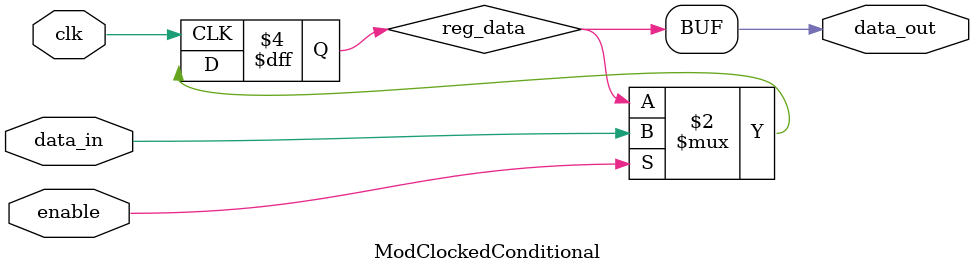
<source format=sv>
module ModClockedConditional (
    input logic clk,
    input logic enable,
    input logic data_in,
    output logic data_out
);
    logic reg_data;
    always @(posedge clk) begin
    if (enable) begin
        reg_data <= data_in;
    end
    end
    assign data_out = reg_data;
endmodule


</source>
